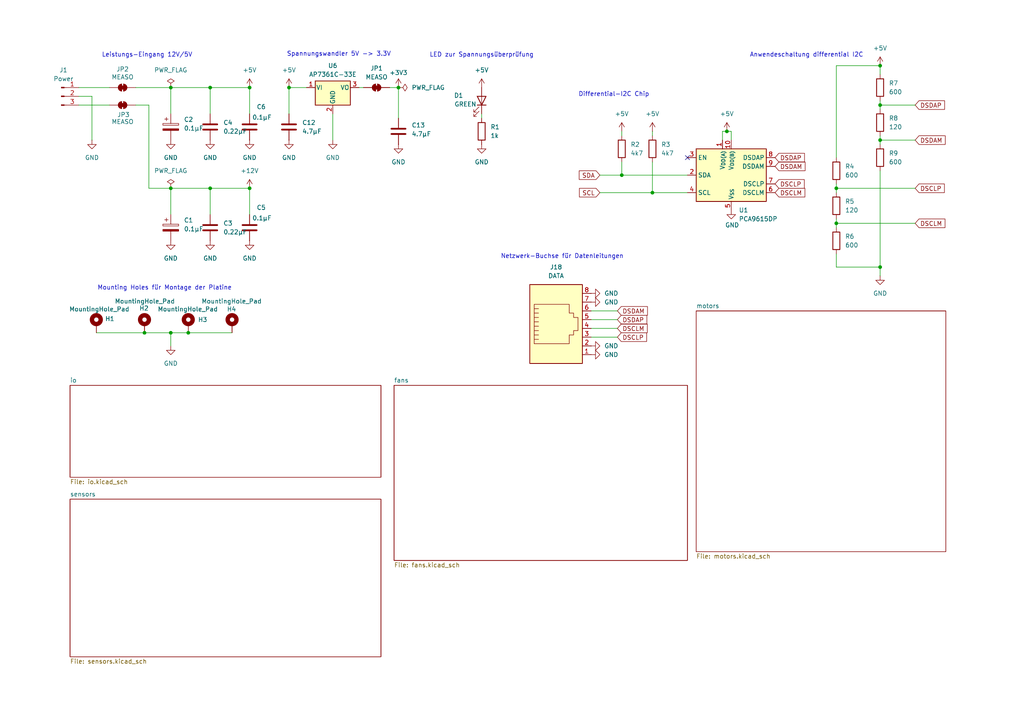
<source format=kicad_sch>
(kicad_sch (version 20231120) (generator "eeschema") (generator_version "8.0")
  (paper "A4")
  (title_block (title "Printhead PCB"))
  (lib_symbols
    (symbol "Connector:Conn_01x03_Pin" (pin_names (offset 1.016) hide)
      (property "Reference" "J" (at 0 5.08 0))
      (property "Value" "Conn_01x03_Pin" (at 0 -5.08 0))
      (symbol "Conn_01x03_Pin_1_1"
        (polyline (pts (xy 1.27 -2.54) (xy 0.8636 -2.54)) (stroke (width 0.1524)))
        (polyline (pts (xy 1.27 0) (xy 0.8636 0)) (stroke (width 0.1524)))
        (polyline (pts (xy 1.27 2.54) (xy 0.8636 2.54)) (stroke (width 0.1524)))
        (rectangle (start 0.8636 -2.413) (end 0 -2.667) (stroke (width 0.1524)) (fill (type outline)))
        (rectangle (start 0.8636 0.127) (end 0 -0.127) (stroke (width 0.1524)) (fill (type outline)))
        (rectangle (start 0.8636 2.667) (end 0 2.413) (stroke (width 0.1524)) (fill (type outline)))
        (pin passive line (at 5.08 2.54 180) (length 3.81) (name "Pin_1") (number "1"))
        (pin passive line (at 5.08 0 180) (length 3.81) (name "Pin_2") (number "2"))
        (pin passive line (at 5.08 -2.54 180) (length 3.81) (name "Pin_3") (number "3"))
      )
    )
    (symbol "Connector:RJ45" (pin_names (offset 1.016))
      (property "Reference" "J" (at -5.08 13.97 0))
      (property "Value" "RJ45" (at 2.54 13.97 0))
      (symbol "RJ45_0_1"
        (polyline (pts (xy -5.08 4.445) (xy -6.35 4.445)))
        (polyline (pts (xy -5.08 5.715) (xy -6.35 5.715)))
        (polyline (pts (xy -6.35 -3.175) (xy -5.08 -3.175) (xy -5.08 -3.175)))
        (polyline (pts (xy -6.35 -1.905) (xy -5.08 -1.905) (xy -5.08 -1.905)))
        (polyline (pts (xy -6.35 -0.635) (xy -5.08 -0.635) (xy -5.08 -0.635)))
        (polyline (pts (xy -6.35 0.635) (xy -5.08 0.635) (xy -5.08 0.635)))
        (polyline (pts (xy -6.35 1.905) (xy -5.08 1.905) (xy -5.08 1.905)))
        (polyline (pts (xy -5.08 3.175) (xy -6.35 3.175) (xy -6.35 3.175)))
        (polyline (pts (xy -6.35 -4.445) (xy -6.35 6.985) (xy 3.81 6.985) (xy 3.81 4.445) (xy 5.08 4.445) (xy 5.08 3.175) (xy 6.35 3.175) (xy 6.35 -0.635) (xy 5.08 -0.635) (xy 5.08 -1.905) (xy 3.81 -1.905) (xy 3.81 -4.445) (xy -6.35 -4.445) (xy -6.35 -4.445)))
        (rectangle (start 7.62 12.7) (end -7.62 -10.16) (stroke (width 0.254)) (fill (type background)))
      )
      (symbol "RJ45_1_1"
        (pin passive line (at 10.16 -7.62 180) (length 2.54) (name "~") (number "1"))
        (pin passive line (at 10.16 -5.08 180) (length 2.54) (name "~") (number "2"))
        (pin passive line (at 10.16 -2.54 180) (length 2.54) (name "~") (number "3"))
        (pin passive line (at 10.16 0 180) (length 2.54) (name "~") (number "4"))
        (pin passive line (at 10.16 2.54 180) (length 2.54) (name "~") (number "5"))
        (pin passive line (at 10.16 5.08 180) (length 2.54) (name "~") (number "6"))
        (pin passive line (at 10.16 7.62 180) (length 2.54) (name "~") (number "7"))
        (pin passive line (at 10.16 10.16 180) (length 2.54) (name "~") (number "8"))
      )
    )
    (symbol "Device:C" (pin_numbers hide) (pin_names (offset 0.254))
      (property "Reference" "C" (at 0.635 2.54 0))
      (property "Value" "C" (at 0.635 -2.54 0))
      (symbol "C_0_1"
        (polyline (pts (xy -2.032 -0.762) (xy 2.032 -0.762)) (stroke (width 0.508)))
        (polyline (pts (xy -2.032 0.762) (xy 2.032 0.762)) (stroke (width 0.508)))
      )
      (symbol "C_1_1"
        (pin passive line (at 0 3.81 270) (length 2.794) (name "~") (number "1"))
        (pin passive line (at 0 -3.81 90) (length 2.794) (name "~") (number "2"))
      )
    )
    (symbol "Device:C_Polarized" (pin_numbers hide) (pin_names (offset 0.254))
      (property "Reference" "C" (at 0.635 2.54 0))
      (property "Value" "C_Polarized" (at 0.635 -2.54 0))
      (symbol "C_Polarized_0_1"
        (rectangle (start -2.286 0.508) (end 2.286 1.016))
        (polyline (pts (xy -1.778 2.286) (xy -0.762 2.286)))
        (polyline (pts (xy -1.27 2.794) (xy -1.27 1.778)))
        (rectangle (start 2.286 -0.508) (end -2.286 -1.016) (fill (type outline)))
      )
      (symbol "C_Polarized_1_1"
        (pin passive line (at 0 3.81 270) (length 2.794) (name "~") (number "1"))
        (pin passive line (at 0 -3.81 90) (length 2.794) (name "~") (number "2"))
      )
    )
    (symbol "Device:LED" (pin_numbers hide) (pin_names (offset 1.016) hide)
      (property "Reference" "D" (at 0 2.54 0))
      (property "Value" "LED" (at 0 -2.54 0))
      (symbol "LED_0_1"
        (polyline (pts (xy -1.27 -1.27) (xy -1.27 1.27)) (stroke (width 0.254)))
        (polyline (pts (xy -1.27 0) (xy 1.27 0)))
        (polyline (pts (xy 1.27 -1.27) (xy 1.27 1.27) (xy -1.27 0) (xy 1.27 -1.27)) (stroke (width 0.254)))
        (polyline (pts (xy -3.048 -0.762) (xy -4.572 -2.286) (xy -3.81 -2.286) (xy -4.572 -2.286) (xy -4.572 -1.524)))
        (polyline (pts (xy -1.778 -0.762) (xy -3.302 -2.286) (xy -2.54 -2.286) (xy -3.302 -2.286) (xy -3.302 -1.524)))
      )
      (symbol "LED_1_1"
        (pin passive line (at -3.81 0 0) (length 2.54) (name "K") (number "1"))
        (pin passive line (at 3.81 0 180) (length 2.54) (name "A") (number "2"))
      )
    )
    (symbol "Device:R" (pin_numbers hide) (pin_names (offset 0))
      (property "Reference" "R" (at 2.032 0 90))
      (property "Value" "R" (at 0 0 90))
      (symbol "R_0_1"
        (rectangle (start -1.016 -2.54) (end 1.016 2.54) (stroke (width 0.254)))
      )
      (symbol "R_1_1"
        (pin passive line (at 0 3.81 270) (length 1.27) (name "~") (number "1"))
        (pin passive line (at 0 -3.81 90) (length 1.27) (name "~") (number "2"))
      )
    )
    (symbol "Interface:PCA9615DP"
      (property "Reference" "U" (at -10.16 8.89 0))
      (property "Value" "PCA9615DP" (at 1.27 8.89 0))
      (symbol "PCA9615DP_0_1"
        (rectangle (start -10.16 7.62) (end 10.16 -7.62) (stroke (width 0.254)) (fill (type background)))
      )
      (symbol "PCA9615DP_1_1"
        (pin power_in line (at -2.54 10.16 270) (length 2.54) (name "V_{DD(A)}") (number "1"))
        (pin power_in line (at 0 10.16 270) (length 2.54) (name "V_{DD(B)}") (number "10"))
        (pin bidirectional line (at -12.7 0 0) (length 2.54) (name "SDA") (number "2"))
        (pin input line (at -12.7 5.08 0) (length 2.54) (name "EN") (number "3"))
        (pin bidirectional line (at -12.7 -5.08 0) (length 2.54) (name "SCL") (number "4"))
        (pin power_in line (at 0 -10.16 90) (length 2.54) (name "V_{SS}") (number "5"))
        (pin bidirectional line (at 12.7 -5.08 180) (length 2.54) (name "DSCLM") (number "6"))
        (pin bidirectional line (at 12.7 -2.54 180) (length 2.54) (name "DSCLP") (number "7"))
        (pin bidirectional line (at 12.7 5.08 180) (length 2.54) (name "DSDAP") (number "8"))
        (pin bidirectional line (at 12.7 2.54 180) (length 2.54) (name "DSDAM") (number "9"))
      )
    )
    (symbol "Jumper:SolderJumper_2_Bridged" (pin_numbers hide) (pin_names (offset 0) hide) (exclude_from_sim yes) (in_bom no)
      (property "Reference" "JP" (at 0 2.032 0))
      (property "Value" "SolderJumper_2_Bridged" (at 0 -2.54 0))
      (symbol "SolderJumper_2_Bridged_0_1"
        (rectangle (start -0.508 0.508) (end 0.508 -0.508) (fill (type outline)))
        (arc (start -0.254 1.016) (mid -1.2656 0) (end -0.254 -1.016))
        (arc (start -0.254 1.016) (mid -1.2656 0) (end -0.254 -1.016) (fill (type outline)))
        (polyline (pts (xy -0.254 1.016) (xy -0.254 -1.016)))
        (polyline (pts (xy 0.254 1.016) (xy 0.254 -1.016)))
        (arc (start 0.254 -1.016) (mid 1.2656 0) (end 0.254 1.016))
        (arc (start 0.254 -1.016) (mid 1.2656 0) (end 0.254 1.016) (fill (type outline)))
      )
      (symbol "SolderJumper_2_Bridged_1_1"
        (pin passive line (at -3.81 0 0) (length 2.54) (name "A") (number "1"))
        (pin passive line (at 3.81 0 180) (length 2.54) (name "B") (number "2"))
      )
    )
    (symbol "Mechanical:MountingHole_Pad" (pin_numbers hide) (pin_names (offset 1.016) hide)
      (property "Reference" "H" (at 0 6.35 0))
      (property "Value" "MountingHole_Pad" (at 0 4.445 0))
      (symbol "MountingHole_Pad_0_1"
        (circle (center 0 1.27) (radius 1.27) (stroke (width 1.27)))
      )
      (symbol "MountingHole_Pad_1_1"
        (pin input line (at 0 -2.54 90) (length 2.54) (name "1") (number "1"))
      )
    )
    (symbol "MountingHole_Pad_1" (pin_numbers hide) (pin_names (offset 1.016) hide)
      (property "Reference" "H" (at 0 6.35 0))
      (property "Value" "MountingHole_Pad" (at 0 4.445 0))
      (symbol "MountingHole_Pad_1_0_1"
        (circle (center 0 1.27) (radius 1.27) (stroke (width 1.27)))
      )
      (symbol "MountingHole_Pad_1_1_1"
        (pin input line (at 0 -2.54 90) (length 2.54) (name "1") (number "1"))
      )
    )
    (symbol "MountingHole_Pad_2" (pin_numbers hide) (pin_names (offset 1.016) hide)
      (property "Reference" "H" (at 0 6.35 0))
      (property "Value" "MountingHole_Pad" (at 0 4.445 0))
      (symbol "MountingHole_Pad_2_0_1"
        (circle (center 0 1.27) (radius 1.27) (stroke (width 1.27)))
      )
      (symbol "MountingHole_Pad_2_1_1"
        (pin input line (at 0 -2.54 90) (length 2.54) (name "1") (number "1"))
      )
    )
    (symbol "MountingHole_Pad_3" (pin_numbers hide) (pin_names (offset 1.016) hide)
      (property "Reference" "H" (at 0 6.35 0))
      (property "Value" "MountingHole_Pad" (at 0 4.445 0))
      (symbol "MountingHole_Pad_3_0_1"
        (circle (center 0 1.27) (radius 1.27) (stroke (width 1.27)))
      )
      (symbol "MountingHole_Pad_3_1_1"
        (pin input line (at 0 -2.54 90) (length 2.54) (name "1") (number "1"))
      )
    )
    (symbol "Regulator_Linear:AP7361C-33E" (pin_names (offset 0.254))
      (property "Reference" "U" (at -3.81 3.175 0))
      (property "Value" "AP7361C-33E" (at 0 3.175 0))
      (symbol "AP7361C-33E_0_1"
        (rectangle (start -5.08 -5.08) (end 5.08 1.905) (stroke (width 0.254)) (fill (type background)))
      )
      (symbol "AP7361C-33E_1_1"
        (pin power_in line (at -7.62 0 0) (length 2.54) (name "VI") (number "1"))
        (pin power_in line (at 0 -7.62 90) (length 2.54) (name "GND") (number "2"))
        (pin power_out line (at 7.62 0 180) (length 2.54) (name "VO") (number "3"))
      )
    )
    (symbol "power:+12V" (power) (pin_numbers hide) (pin_names (offset 0) hide)
      (property "Value" "+12V" (at 0 3.556 0))
      (symbol "+12V_0_1"
        (polyline (pts (xy -0.762 1.27) (xy 0 2.54)))
        (polyline (pts (xy 0 0) (xy 0 2.54)))
        (polyline (pts (xy 0 2.54) (xy 0.762 1.27)))
      )
      (symbol "+12V_1_1"
        (pin power_in line (at 0 0 90) (length 0) (name "~") (number "1"))
      )
    )
    (symbol "power:+3V3" (power) (pin_numbers hide) (pin_names (offset 0) hide)
      (property "Value" "+3V3" (at 0 3.556 0))
      (symbol "+3V3_0_1"
        (polyline (pts (xy -0.762 1.27) (xy 0 2.54)))
        (polyline (pts (xy 0 0) (xy 0 2.54)))
        (polyline (pts (xy 0 2.54) (xy 0.762 1.27)))
      )
      (symbol "+3V3_1_1"
        (pin power_in line (at 0 0 90) (length 0) (name "~") (number "1"))
      )
    )
    (symbol "power:+5V" (power) (pin_numbers hide) (pin_names (offset 0) hide)
      (property "Value" "+5V" (at 0 3.556 0))
      (symbol "+5V_0_1"
        (polyline (pts (xy -0.762 1.27) (xy 0 2.54)))
        (polyline (pts (xy 0 0) (xy 0 2.54)))
        (polyline (pts (xy 0 2.54) (xy 0.762 1.27)))
      )
      (symbol "+5V_1_1"
        (pin power_in line (at 0 0 90) (length 0) (name "~") (number "1"))
      )
    )
    (symbol "power:GND" (power) (pin_numbers hide) (pin_names (offset 0) hide)
      (property "Value" "GND" (at 0 -3.81 0))
      (symbol "GND_0_1"
        (polyline (pts (xy 0 0) (xy 0 -1.27) (xy 1.27 -1.27) (xy 0 -2.54) (xy -1.27 -1.27) (xy 0 -1.27)))
      )
      (symbol "GND_1_1"
        (pin power_in line (at 0 0 270) (length 0) (name "~") (number "1"))
      )
    )
    (symbol "power:PWR_FLAG" (power) (pin_numbers hide) (pin_names (offset 0) hide)
      (property "Value" "PWR_FLAG" (at 0 3.81 0))
      (symbol "PWR_FLAG_0_0"
        (pin power_out line (at 0 0 90) (length 0) (name "~") (number "1"))
      )
      (symbol "PWR_FLAG_0_1"
        (polyline (pts (xy 0 0) (xy 0 1.27) (xy -1.016 1.905) (xy 0 2.54) (xy 1.016 1.905) (xy 0 1.27)))
      )
    )
  )
  (junction (at 255.27 30.48))
  (junction (at 60.96 25.4))
  (junction (at 115.57 25.4))
  (junction (at 49.53 54.61))
  (junction (at 54.61 96.52))
  (junction (at 49.53 96.52))
  (junction (at 72.39 54.61))
  (junction (at 72.39 25.4))
  (junction (at 255.27 40.64))
  (junction (at 41.91 96.52))
  (junction (at 180.34 50.8))
  (junction (at 242.57 54.61))
  (junction (at 255.27 19.05))
  (junction (at 255.27 77.47))
  (junction (at 189.23 55.88))
  (junction (at 210.82 38.1))
  (junction (at 83.82 25.4))
  (junction (at 49.53 25.4))
  (junction (at 60.96 54.61))
  (junction (at 242.57 64.77))
  (no_connect (at 199.39 45.72))
  (wire (pts (xy 242.57 53.34) (xy 242.57 54.61)))
  (wire (pts (xy 189.23 46.99) (xy 189.23 55.88)))
  (wire (pts (xy 72.39 33.02) (xy 72.39 25.4)))
  (wire (pts (xy 27.94 96.52) (xy 41.91 96.52)))
  (wire (pts (xy 210.82 38.1) (xy 212.09 38.1)))
  (wire (pts (xy 242.57 54.61) (xy 242.57 55.88)))
  (wire (pts (xy 60.96 25.4) (xy 72.39 25.4)))
  (wire (pts (xy 242.57 64.77) (xy 265.43 64.77)))
  (wire (pts (xy 22.86 25.4) (xy 31.75 25.4)))
  (wire (pts (xy 189.23 39.37) (xy 189.23 38.1)))
  (wire (pts (xy 255.27 80.01) (xy 255.27 77.47)))
  (wire (pts (xy 242.57 64.77) (xy 242.57 66.04)))
  (wire (pts (xy 39.37 30.48) (xy 43.18 30.48)))
  (wire (pts (xy 49.53 62.23) (xy 49.53 54.61)))
  (wire (pts (xy 88.9 25.4) (xy 83.82 25.4)))
  (wire (pts (xy 242.57 19.05) (xy 255.27 19.05)))
  (wire (pts (xy 242.57 73.66) (xy 242.57 77.47)))
  (wire (pts (xy 26.67 27.94) (xy 26.67 40.64)))
  (wire (pts (xy 49.53 33.02) (xy 49.53 25.4)))
  (wire (pts (xy 255.27 19.05) (xy 255.27 21.59)))
  (wire (pts (xy 242.57 54.61) (xy 265.43 54.61)))
  (wire (pts (xy 39.37 25.4) (xy 49.53 25.4)))
  (wire (pts (xy 255.27 30.48) (xy 265.43 30.48)))
  (wire (pts (xy 242.57 63.5) (xy 242.57 64.77)))
  (wire (pts (xy 180.34 38.1) (xy 180.34 39.37)))
  (wire (pts (xy 179.07 92.71) (xy 171.45 92.71)))
  (wire (pts (xy 179.07 95.25) (xy 171.45 95.25)))
  (wire (pts (xy 72.39 62.23) (xy 72.39 54.61)))
  (wire (pts (xy 49.53 25.4) (xy 60.96 25.4)))
  (wire (pts (xy 49.53 96.52) (xy 49.53 100.33)))
  (wire (pts (xy 255.27 40.64) (xy 255.27 41.91)))
  (wire (pts (xy 255.27 29.21) (xy 255.27 30.48)))
  (wire (pts (xy 54.61 96.52) (xy 67.31 96.52)))
  (wire (pts (xy 139.7 33.02) (xy 139.7 34.29)))
  (wire (pts (xy 209.55 38.1) (xy 210.82 38.1)))
  (wire (pts (xy 255.27 49.53) (xy 255.27 77.47)))
  (wire (pts (xy 180.34 46.99) (xy 180.34 50.8)))
  (wire (pts (xy 113.03 25.4) (xy 115.57 25.4)))
  (wire (pts (xy 242.57 45.72) (xy 242.57 19.05)))
  (wire (pts (xy 255.27 39.37) (xy 255.27 40.64)))
  (wire (pts (xy 22.86 27.94) (xy 26.67 27.94)))
  (wire (pts (xy 22.86 30.48) (xy 31.75 30.48)))
  (wire (pts (xy 43.18 30.48) (xy 43.18 54.61)))
  (wire (pts (xy 49.53 96.52) (xy 54.61 96.52)))
  (wire (pts (xy 43.18 54.61) (xy 49.53 54.61)))
  (wire (pts (xy 255.27 40.64) (xy 265.43 40.64)))
  (wire (pts (xy 255.27 77.47) (xy 242.57 77.47)))
  (wire (pts (xy 180.34 50.8) (xy 199.39 50.8)))
  (wire (pts (xy 60.96 62.23) (xy 60.96 54.61)))
  (wire (pts (xy 173.99 50.8) (xy 180.34 50.8)))
  (wire (pts (xy 173.99 55.88) (xy 189.23 55.88)))
  (wire (pts (xy 115.57 25.4) (xy 115.57 34.29)))
  (wire (pts (xy 189.23 55.88) (xy 199.39 55.88)))
  (wire (pts (xy 255.27 30.48) (xy 255.27 31.75)))
  (wire (pts (xy 49.53 54.61) (xy 60.96 54.61)))
  (wire (pts (xy 179.07 90.17) (xy 171.45 90.17)))
  (wire (pts (xy 179.07 97.79) (xy 171.45 97.79)))
  (wire (pts (xy 60.96 33.02) (xy 60.96 25.4)))
  (wire (pts (xy 83.82 25.4) (xy 83.82 33.02)))
  (wire (pts (xy 96.52 33.02) (xy 96.52 40.64)))
  (wire (pts (xy 104.14 25.4) (xy 105.41 25.4)))
  (wire (pts (xy 209.55 38.1) (xy 209.55 40.64)))
  (wire (pts (xy 60.96 54.61) (xy 72.39 54.61)))
  (wire (pts (xy 41.91 96.52) (xy 49.53 96.52)))
  (wire (pts (xy 212.09 40.64) (xy 212.09 38.1)))
  (text "Anwendeschaltung differential I2C" (at 233.934 16.002 0) (effects (font (size 1.27 1.27))))
  (text "Mounting Holes für Montage der Platine" (at 47.752 83.566 0) (effects (font (size 1.27 1.27))))
  (text "Differential-I2C Chip" (at 178.054 27.432 0) (effects (font (size 1.27 1.27))))
  (text "Leistungs-Eingang 12V/5V\n" (at 42.672 16.002 0) (effects (font (size 1.27 1.27))))
  (text "Netzwerk-Buchse für Datenleitungen\n" (at 163.068 74.422 0) (effects (font (size 1.27 1.27))))
  (text "Spannungswandler 5V -> 3.3V\n" (at 98.298 15.748 0) (effects (font (size 1.27 1.27))))
  (text "LED zur Spannungsüberprüfung" (at 139.7 16.002 0) (effects (font (size 1.27 1.27))))
  (global_label "DSCLP" (shape input) (at 265.43 54.61 0) (property "Intersheetrefs" "${INTERSHEET_REFS}" (effects (hide yes))))
  (global_label "DSDAM" (shape input) (at 179.07 90.17 0) (property "Intersheetrefs" "${INTERSHEET_REFS}" (effects (hide yes))))
  (global_label "DSCLP" (shape input) (at 224.79 53.34 0) (property "Intersheetrefs" "${INTERSHEET_REFS}" (effects (hide yes))))
  (global_label "DSCLM" (shape input) (at 224.79 55.88 0) (property "Intersheetrefs" "${INTERSHEET_REFS}" (effects (hide yes))))
  (global_label "DSDAP" (shape input) (at 265.43 30.48 0) (property "Intersheetrefs" "${INTERSHEET_REFS}" (effects (hide yes))))
  (global_label "DSDAP" (shape input) (at 179.07 92.71 0) (property "Intersheetrefs" "${INTERSHEET_REFS}" (effects (hide yes))))
  (global_label "DSCLM" (shape input) (at 265.43 64.77 0) (property "Intersheetrefs" "${INTERSHEET_REFS}" (effects (hide yes))))
  (global_label "DSDAM" (shape input) (at 265.43 40.64 0) (property "Intersheetrefs" "${INTERSHEET_REFS}" (effects (hide yes))))
  (global_label "SDA" (shape input) (at 173.99 50.8 180) (property "Intersheetrefs" "${INTERSHEET_REFS}" (effects (hide yes))))
  (global_label "DSDAP" (shape input) (at 224.79 45.72 0) (property "Intersheetrefs" "${INTERSHEET_REFS}" (effects (hide yes))))
  (global_label "DSCLP" (shape input) (at 179.07 97.79 0) (property "Intersheetrefs" "${INTERSHEET_REFS}" (effects (hide yes))))
  (global_label "DSCLM" (shape input) (at 179.07 95.25 0) (property "Intersheetrefs" "${INTERSHEET_REFS}" (effects (hide yes))))
  (global_label "DSDAM" (shape input) (at 224.79 48.26 0) (property "Intersheetrefs" "${INTERSHEET_REFS}" (effects (hide yes))))
  (global_label "SCL" (shape input) (at 173.99 55.88 180) (property "Intersheetrefs" "${INTERSHEET_REFS}" (effects (hide yes))))
  (symbol (lib_id "power:PWR_FLAG") (at 49.53 25.4 0) (unit 1)
    (property "Reference" "#FLG02" (effects (hide yes)))
    (property "Value" "PWR_FLAG" (at 49.53 20.32 0))
    (property "Description" "Special symbol for telling ERC where power comes from" (effects (hide yes)))
  )
  (symbol (lib_id "Device:R") (at 242.57 59.69 0) (unit 1)
    (property "Reference" "R5" (at 245.11 58.4199 0) (effects (justify left)))
    (property "Value" "120" (at 245.11 60.9599 0) (effects (justify left)))
    (property "Footprint" "Resistor_SMD:R_0402_1005Metric" (effects (hide yes)))
    (property "Description" "Resistor" (effects (hide yes)))
  )
  (symbol (lib_id "Device:R") (at 242.57 69.85 0) (unit 1)
    (property "Reference" "R6" (at 245.11 68.5799 0) (effects (justify left)))
    (property "Value" "600" (at 245.11 71.1199 0) (effects (justify left)))
    (property "Footprint" "Resistor_SMD:R_0402_1005Metric" (effects (hide yes)))
    (property "Description" "Resistor" (effects (hide yes)))
  )
  (symbol (lib_id "power:GND") (at 139.7 41.91 0) (unit 1)
    (property "Reference" "#PWR011" (effects (hide yes)))
    (property "Value" "GND" (at 139.7 46.99 0))
    (property "Description" "Power symbol creates a global label with name \"GND\" , ground" (effects (hide yes)))
  )
  (symbol (lib_id "Jumper:SolderJumper_2_Bridged") (at 35.56 25.4 0) (unit 1) (exclude_from_sim yes) (in_bom no)
    (property "Reference" "JP2" (at 35.56 20.066 0))
    (property "Value" "MEASO" (at 35.56 22.352 0))
    (property "Footprint" "Jumper:SolderJumper-2_P1.3mm_Bridged_Pad1.0x1.5mm" (effects (hide yes)))
    (property "Description" "Solder Jumper, 2-pole, closed/bridged" (effects (hide yes)))
  )
  (symbol (lib_id "Regulator_Linear:AP7361C-33E") (at 96.52 25.4 0) (unit 1)
    (property "Reference" "U6" (at 96.52 19.05 0))
    (property "Value" "AP7361C-33E" (at 96.52 21.59 0))
    (property "Footprint" "Package_TO_SOT_SMD:SOT-223-3_TabPin2" (effects (hide yes)))
    (property "Datasheet" "https://www.diodes.com/assets/Datasheets/AP7361C.pdf" (effects (hide yes)))
    (property "Description" "1A Low Dropout regulator, positive, 3.3V fixed output, SOT-223" (effects (hide yes)))
  )
  (symbol (lib_name "MountingHole_Pad_2") (lib_id "Mechanical:MountingHole_Pad") (at 54.61 93.98 0) (unit 1)
    (property "Reference" "H3" (at 57.404 92.71 0) (effects (justify left)))
    (property "Value" "MountingHole_Pad" (at 45.72 89.662 0) (effects (justify left)))
    (property "Footprint" "MountingHole:MountingHole_2.2mm_M2_Pad_TopBottom" (effects (hide yes)))
    (property "Description" "Mounting Hole with connection" (effects (hide yes)))
  )
  (symbol (lib_id "Device:C") (at 72.39 66.04 0) (unit 1)
    (property "Reference" "C5" (at 74.422 60.198 0) (effects (justify left)))
    (property "Value" "0.1µF" (at 73.152 63.246 0) (effects (justify left)))
    (property "Footprint" "Capacitor_SMD:C_0402_1005Metric" (effects (hide yes)))
    (property "Description" "Unpolarized capacitor" (effects (hide yes)))
  )
  (symbol (lib_id "Device:R") (at 189.23 43.18 0) (unit 1)
    (property "Reference" "R3" (at 191.77 41.9099 0) (effects (justify left)))
    (property "Value" "4k7" (at 191.77 44.4499 0) (effects (justify left)))
    (property "Footprint" "Resistor_SMD:R_0402_1005Metric" (effects (hide yes)))
    (property "Description" "Resistor" (effects (hide yes)))
  )
  (symbol (lib_id "power:GND") (at 60.96 69.85 0) (unit 1)
    (property "Reference" "#PWR03" (effects (hide yes)))
    (property "Value" "GND" (at 60.96 74.93 0))
    (property "Description" "Power symbol creates a global label with name \"GND\" , ground" (effects (hide yes)))
  )
  (symbol (lib_id "power:GND") (at 171.45 87.63 90) (unit 1)
    (property "Reference" "#PWR068" (effects (hide yes)))
    (property "Value" "GND" (at 175.26 87.6299 90) (effects (justify right)))
    (property "Description" "Power symbol creates a global label with name \"GND\" , ground" (effects (hide yes)))
  )
  (symbol (lib_id "power:GND") (at 171.45 85.09 90) (unit 1)
    (property "Reference" "#PWR053" (effects (hide yes)))
    (property "Value" "GND" (at 175.26 85.0899 90) (effects (justify right)))
    (property "Description" "Power symbol creates a global label with name \"GND\" , ground" (effects (hide yes)))
  )
  (symbol (lib_id "power:GND") (at 83.82 40.64 0) (unit 1)
    (property "Reference" "#PWR058" (effects (hide yes)))
    (property "Value" "GND" (at 83.82 45.72 0))
    (property "Description" "Power symbol creates a global label with name \"GND\" , ground" (effects (hide yes)))
  )
  (symbol (lib_id "power:GND") (at 72.39 69.85 0) (unit 1)
    (property "Reference" "#PWR06" (effects (hide yes)))
    (property "Value" "GND" (at 72.39 74.93 0))
    (property "Description" "Power symbol creates a global label with name \"GND\" , ground" (effects (hide yes)))
  )
  (symbol (lib_name "MountingHole_Pad_1") (lib_id "Mechanical:MountingHole_Pad") (at 67.31 93.98 0) (unit 1)
    (property "Reference" "H4" (at 65.786 89.662 0) (effects (justify left)))
    (property "Value" "MountingHole_Pad" (at 58.42 87.376 0) (effects (justify left)))
    (property "Footprint" "MountingHole:MountingHole_2.2mm_M2_Pad_TopBottom" (effects (hide yes)))
    (property "Description" "Mounting Hole with connection" (effects (hide yes)))
  )
  (symbol (lib_id "power:GND") (at 212.09 60.96 0) (unit 1)
    (property "Reference" "#PWR016" (effects (hide yes)))
    (property "Value" "GND" (at 212.344 65.278 0))
    (property "Description" "Power symbol creates a global label with name \"GND\" , ground" (effects (hide yes)))
  )
  (symbol (lib_id "Connector:RJ45") (at 161.29 95.25 0) (unit 1)
    (property "Reference" "J18" (at 161.29 77.47 0))
    (property "Value" "DATA" (at 161.29 80.01 0))
    (property "Footprint" "Connector_RJ:RJ45_Molex_0855135013_Vertical" (effects (hide yes)))
    (property "Description" "RJ connector, 8P8C (8 positions 8 connected)" (effects (hide yes)))
  )
  (symbol (lib_id "Device:C_Polarized") (at 49.53 36.83 0) (unit 1)
    (property "Reference" "C2" (at 53.34 34.6709 0) (effects (justify left)))
    (property "Value" "0.1µF" (at 53.34 37.2109 0) (effects (justify left)))
    (property "Footprint" "Capacitor_SMD:CP_Elec_5x3" (effects (hide yes)))
    (property "Description" "Polarized capacitor" (effects (hide yes)))
  )
  (symbol (lib_id "power:GND") (at 49.53 69.85 0) (unit 1)
    (property "Reference" "#PWR01" (effects (hide yes)))
    (property "Value" "GND" (at 49.53 74.93 0))
    (property "Description" "Power symbol creates a global label with name \"GND\" , ground" (effects (hide yes)))
  )
  (symbol (lib_id "Device:C_Polarized") (at 49.53 66.04 0) (unit 1)
    (property "Reference" "C1" (at 53.34 63.8809 0) (effects (justify left)))
    (property "Value" "0.1µF" (at 53.34 66.4209 0) (effects (justify left)))
    (property "Footprint" "Capacitor_SMD:CP_Elec_5x3" (effects (hide yes)))
    (property "Description" "Polarized capacitor" (effects (hide yes)))
  )
  (symbol (lib_id "Device:LED") (at 139.7 29.21 270) (mirror x) (unit 1)
    (property "Reference" "D1" (at 134.366 27.686 90) (effects (justify right)))
    (property "Value" "GREEN" (at 138.176 30.226 90) (effects (justify right)))
    (property "Footprint" "LED_SMD:LED_0805_2012Metric" (effects (hide yes)))
    (property "Description" "Light emitting diode" (effects (hide yes)))
  )
  (symbol (lib_id "power:GND") (at 49.53 100.33 0) (unit 1)
    (property "Reference" "#PWR012" (effects (hide yes)))
    (property "Value" "GND" (at 49.53 105.41 0))
    (property "Description" "Power symbol creates a global label with name \"GND\" , ground" (effects (hide yes)))
  )
  (symbol (lib_id "power:+5V") (at 72.39 25.4 0) (unit 1)
    (property "Reference" "#PWR010" (effects (hide yes)))
    (property "Value" "+5V" (at 72.39 20.32 0))
    (property "Description" "Power symbol creates a global label with name \"+5V\"" (effects (hide yes)))
  )
  (symbol (lib_id "power:GND") (at 60.96 40.64 0) (unit 1)
    (property "Reference" "#PWR04" (effects (hide yes)))
    (property "Value" "GND" (at 60.96 45.72 0))
    (property "Description" "Power symbol creates a global label with name \"GND\" , ground" (effects (hide yes)))
  )
  (symbol (lib_id "Device:C") (at 72.39 36.83 0) (unit 1)
    (property "Reference" "C6" (at 74.422 30.988 0) (effects (justify left)))
    (property "Value" "0.1µF" (at 73.152 34.036 0) (effects (justify left)))
    (property "Footprint" "Capacitor_SMD:C_0402_1005Metric" (effects (hide yes)))
    (property "Description" "Unpolarized capacitor" (effects (hide yes)))
  )
  (symbol (lib_id "power:GND") (at 72.39 40.64 0) (unit 1)
    (property "Reference" "#PWR08" (effects (hide yes)))
    (property "Value" "GND" (at 72.39 45.72 0))
    (property "Description" "Power symbol creates a global label with name \"GND\" , ground" (effects (hide yes)))
  )
  (symbol (lib_id "Jumper:SolderJumper_2_Bridged") (at 109.22 25.4 0) (unit 1) (exclude_from_sim yes) (in_bom no)
    (property "Reference" "JP1" (at 109.22 19.812 0))
    (property "Value" "MEASO" (at 109.22 22.352 0))
    (property "Footprint" "Jumper:SolderJumper-2_P1.3mm_Bridged_Pad1.0x1.5mm" (effects (hide yes)))
    (property "Description" "Solder Jumper, 2-pole, closed/bridged" (effects (hide yes)))
  )
  (symbol (lib_id "power:GND") (at 255.27 80.01 0) (unit 1)
    (property "Reference" "#PWR018" (effects (hide yes)))
    (property "Value" "GND" (at 255.27 85.09 0))
    (property "Description" "Power symbol creates a global label with name \"GND\" , ground" (effects (hide yes)))
  )
  (symbol (lib_id "power:+3V3") (at 115.57 25.4 0) (unit 1)
    (property "Reference" "#PWR061" (effects (hide yes)))
    (property "Value" "+3V3" (at 115.57 21.082 0))
    (property "Description" "Power symbol creates a global label with name \"+3V3\"" (effects (hide yes)))
  )
  (symbol (lib_id "Device:C") (at 83.82 36.83 0) (unit 1)
    (property "Reference" "C12" (at 87.63 35.5599 0) (effects (justify left)))
    (property "Value" "4.7µF" (at 87.63 38.0999 0) (effects (justify left)))
    (property "Footprint" "Capacitor_SMD:C_0402_1005Metric" (effects (hide yes)))
    (property "Description" "Unpolarized capacitor" (effects (hide yes)))
  )
  (symbol (lib_id "power:PWR_FLAG") (at 49.53 54.61 0) (unit 1)
    (property "Reference" "#FLG01" (effects (hide yes)))
    (property "Value" "PWR_FLAG" (at 49.53 49.53 0))
    (property "Description" "Special symbol for telling ERC where power comes from" (effects (hide yes)))
  )
  (symbol (lib_id "Device:C") (at 115.57 38.1 0) (unit 1)
    (property "Reference" "C13" (at 119.38 36.322 0) (effects (justify left)))
    (property "Value" "4.7µF" (at 119.38 38.862 0) (effects (justify left)))
    (property "Footprint" "Capacitor_SMD:C_0402_1005Metric" (effects (hide yes)))
    (property "Description" "Unpolarized capacitor" (effects (hide yes)))
  )
  (symbol (lib_id "Device:R") (at 180.34 43.18 0) (unit 1)
    (property "Reference" "R2" (at 182.88 41.9099 0) (effects (justify left)))
    (property "Value" "4k7" (at 182.88 44.4499 0) (effects (justify left)))
    (property "Footprint" "Resistor_SMD:R_0402_1005Metric" (effects (hide yes)))
    (property "Description" "Resistor" (effects (hide yes)))
  )
  (symbol (lib_id "power:GND") (at 49.53 40.64 0) (unit 1)
    (property "Reference" "#PWR02" (effects (hide yes)))
    (property "Value" "GND" (at 49.53 45.72 0))
    (property "Description" "Power symbol creates a global label with name \"GND\" , ground" (effects (hide yes)))
  )
  (symbol (lib_name "MountingHole_Pad_3") (lib_id "Mechanical:MountingHole_Pad") (at 41.91 93.98 0) (unit 1)
    (property "Reference" "H2" (at 40.386 89.408 0) (effects (justify left)))
    (property "Value" "MountingHole_Pad" (at 33.274 87.376 0) (effects (justify left)))
    (property "Footprint" "MountingHole:MountingHole_2.2mm_M2_Pad_TopBottom" (effects (hide yes)))
    (property "Description" "Mounting Hole with connection" (effects (hide yes)))
  )
  (symbol (lib_id "power:+12V") (at 72.39 54.61 0) (unit 1)
    (property "Reference" "#PWR05" (effects (hide yes)))
    (property "Value" "+12V" (at 72.39 49.53 0))
    (property "Description" "Power symbol creates a global label with name \"+12V\"" (effects (hide yes)))
  )
  (symbol (lib_id "power:GND") (at 96.52 40.64 0) (unit 1)
    (property "Reference" "#PWR059" (effects (hide yes)))
    (property "Value" "GND" (at 96.52 45.72 0))
    (property "Description" "Power symbol creates a global label with name \"GND\" , ground" (effects (hide yes)))
  )
  (symbol (lib_id "Device:R") (at 255.27 25.4 0) (unit 1)
    (property "Reference" "R7" (at 257.81 24.1299 0) (effects (justify left)))
    (property "Value" "600" (at 257.81 26.6699 0) (effects (justify left)))
    (property "Footprint" "Resistor_SMD:R_0402_1005Metric" (effects (hide yes)))
    (property "Description" "Resistor" (effects (hide yes)))
  )
  (symbol (lib_id "Device:R") (at 242.57 49.53 0) (unit 1)
    (property "Reference" "R4" (at 245.11 48.2599 0) (effects (justify left)))
    (property "Value" "600" (at 245.11 50.7999 0) (effects (justify left)))
    (property "Footprint" "Resistor_SMD:R_0402_1005Metric" (effects (hide yes)))
    (property "Description" "Resistor" (effects (hide yes)))
  )
  (symbol (lib_id "Device:C") (at 60.96 66.04 0) (unit 1)
    (property "Reference" "C3" (at 64.77 64.7699 0) (effects (justify left)))
    (property "Value" "0.22µF" (at 64.77 67.3099 0) (effects (justify left)))
    (property "Footprint" "Capacitor_SMD:C_0402_1005Metric" (effects (hide yes)))
    (property "Description" "Unpolarized capacitor" (effects (hide yes)))
  )
  (symbol (lib_id "Mechanical:MountingHole_Pad") (at 27.94 93.98 0) (unit 1)
    (property "Reference" "H1" (at 30.48 92.456 0) (effects (justify left)))
    (property "Value" "MountingHole_Pad" (at 20.066 89.662 0) (effects (justify left)))
    (property "Footprint" "MountingHole:MountingHole_2.2mm_M2_Pad_TopBottom" (effects (hide yes)))
    (property "Description" "Mounting Hole with connection" (effects (hide yes)))
  )
  (symbol (lib_id "power:GND") (at 26.67 40.64 0) (unit 1)
    (property "Reference" "#PWR09" (effects (hide yes)))
    (property "Value" "GND" (at 26.67 45.72 0))
    (property "Description" "Power symbol creates a global label with name \"GND\" , ground" (effects (hide yes)))
  )
  (symbol (lib_id "Connector:Conn_01x03_Pin") (at 17.78 27.94 0) (unit 1)
    (property "Reference" "J1" (at 18.415 20.32 0))
    (property "Value" "Power" (at 18.415 22.86 0))
    (property "Footprint" "Connector_JST:JST_EH_S3B-EH_1x03_P2.50mm_Horizontal" (effects (hide yes)))
    (property "Description" "Generic connector, single row, 01x03, script generated" (effects (hide yes)))
  )
  (symbol (lib_id "power:+5V") (at 139.7 25.4 0) (unit 1)
    (property "Reference" "#PWR07" (effects (hide yes)))
    (property "Value" "+5V" (at 139.7 20.32 0))
    (property "Description" "Power symbol creates a global label with name \"+5V\"" (effects (hide yes)))
  )
  (symbol (lib_id "Interface:PCA9615DP") (at 212.09 50.8 0) (unit 1)
    (property "Reference" "U1" (at 214.2841 60.96 0) (effects (justify left)))
    (property "Value" "PCA9615DP" (at 214.2841 63.5 0) (effects (justify left)))
    (property "Footprint" "Package_SO:TSSOP-10_3x3mm_P0.5mm" (effects (hide yes)))
    (property "Datasheet" "https://www.nxp.com/docs/en/data-sheet/PCA9615.pdf" (effects (hide yes)))
    (property "Description" "Dual bidirectional hot-swap multipoint bus buffer, SO-8" (effects (hide yes)))
  )
  (symbol (lib_id "Jumper:SolderJumper_2_Bridged") (at 35.56 30.48 0) (unit 1) (exclude_from_sim yes) (in_bom no)
    (property "Reference" "JP3" (at 35.814 33.274 0))
    (property "Value" "MEASO" (at 35.56 35.306 0))
    (property "Footprint" "Jumper:SolderJumper-2_P1.3mm_Bridged_Pad1.0x1.5mm" (effects (hide yes)))
    (property "Description" "Solder Jumper, 2-pole, closed/bridged" (effects (hide yes)))
  )
  (symbol (lib_id "power:+5V") (at 210.82 38.1 0) (unit 1)
    (property "Reference" "#PWR015" (effects (hide yes)))
    (property "Value" "+5V" (at 210.82 33.02 0))
    (property "Description" "Power symbol creates a global label with name \"+5V\"" (effects (hide yes)))
  )
  (symbol (lib_id "power:+5V") (at 189.23 38.1 0) (unit 1)
    (property "Reference" "#PWR014" (effects (hide yes)))
    (property "Value" "+5V" (at 189.23 33.02 0))
    (property "Description" "Power symbol creates a global label with name \"+5V\"" (effects (hide yes)))
  )
  (symbol (lib_id "power:PWR_FLAG") (at 115.57 25.4 270) (unit 1)
    (property "Reference" "#FLG06" (effects (hide yes)))
    (property "Value" "PWR_FLAG" (at 119.38 25.3999 90) (effects (justify left)))
    (property "Description" "Special symbol for telling ERC where power comes from" (effects (hide yes)))
  )
  (symbol (lib_id "Device:R") (at 255.27 35.56 0) (unit 1)
    (property "Reference" "R8" (at 257.81 34.2899 0) (effects (justify left)))
    (property "Value" "120" (at 257.81 36.8299 0) (effects (justify left)))
    (property "Footprint" "Resistor_SMD:R_0402_1005Metric" (effects (hide yes)))
    (property "Description" "Resistor" (effects (hide yes)))
  )
  (symbol (lib_id "power:+5V") (at 255.27 19.05 0) (unit 1)
    (property "Reference" "#PWR017" (effects (hide yes)))
    (property "Value" "+5V" (at 255.27 13.97 0))
    (property "Description" "Power symbol creates a global label with name \"+5V\"" (effects (hide yes)))
  )
  (symbol (lib_id "power:GND") (at 115.57 41.91 0) (unit 1)
    (property "Reference" "#PWR060" (effects (hide yes)))
    (property "Value" "GND" (at 115.57 46.99 0))
    (property "Description" "Power symbol creates a global label with name \"GND\" , ground" (effects (hide yes)))
  )
  (symbol (lib_id "Device:R") (at 255.27 45.72 0) (unit 1)
    (property "Reference" "R9" (at 257.81 44.4499 0) (effects (justify left)))
    (property "Value" "600" (at 257.81 46.9899 0) (effects (justify left)))
    (property "Footprint" "Resistor_SMD:R_0402_1005Metric" (effects (hide yes)))
    (property "Description" "Resistor" (effects (hide yes)))
  )
  (symbol (lib_id "Device:R") (at 139.7 38.1 0) (unit 1)
    (property "Reference" "R1" (at 142.24 36.8299 0) (effects (justify left)))
    (property "Value" "1k" (at 142.24 39.3699 0) (effects (justify left)))
    (property "Footprint" "Resistor_SMD:R_0402_1005Metric" (effects (hide yes)))
    (property "Description" "Resistor" (effects (hide yes)))
  )
  (symbol (lib_id "power:GND") (at 171.45 102.87 90) (unit 1)
    (property "Reference" "#PWR070" (effects (hide yes)))
    (property "Value" "GND" (at 175.26 102.8699 90) (effects (justify right)))
    (property "Description" "Power symbol creates a global label with name \"GND\" , ground" (effects (hide yes)))
  )
  (symbol (lib_id "power:GND") (at 171.45 100.33 90) (unit 1)
    (property "Reference" "#PWR069" (effects (hide yes)))
    (property "Value" "GND" (at 175.26 100.3299 90) (effects (justify right)))
    (property "Description" "Power symbol creates a global label with name \"GND\" , ground" (effects (hide yes)))
  )
  (symbol (lib_id "power:+5V") (at 180.34 38.1 0) (unit 1)
    (property "Reference" "#PWR013" (effects (hide yes)))
    (property "Value" "+5V" (at 180.34 33.02 0))
    (property "Description" "Power symbol creates a global label with name \"+5V\"" (effects (hide yes)))
  )
  (symbol (lib_id "power:+5V") (at 83.82 25.4 0) (unit 1)
    (property "Reference" "#PWR062" (effects (hide yes)))
    (property "Value" "+5V" (at 83.82 20.32 0))
    (property "Description" "Power symbol creates a global label with name \"+5V\"" (effects (hide yes)))
  )
  (symbol (lib_id "Device:C") (at 60.96 36.83 0) (unit 1)
    (property "Reference" "C4" (at 64.77 35.5599 0) (effects (justify left)))
    (property "Value" "0.22µF" (at 64.77 38.0999 0) (effects (justify left)))
    (property "Footprint" "Capacitor_SMD:C_0402_1005Metric" (effects (hide yes)))
    (property "Description" "Unpolarized capacitor" (effects (hide yes)))
  )
  (sheet (at 20.32 111.76) (size 90.17 26.67) (stroke (width 0.1524))
    (property "Sheetname" "io" (at 20.32 111.0484 0) (effects (justify left bottom)))
    (property "Sheetfile" "io.kicad_sch" (at 20.32 139.0146 0) (effects (justify left top)))
  )
  (sheet (at 201.93 90.17) (size 72.39 69.85) (stroke (width 0.1524))
    (property "Sheetname" "motors" (at 201.93 89.4584 0) (effects (justify left bottom)))
    (property "Sheetfile" "motors.kicad_sch" (at 201.93 160.6046 0) (effects (justify left top)))
  )
  (sheet (at 114.3 111.76) (size 85.09 50.8) (stroke (width 0.1524))
    (property "Sheetname" "fans" (at 114.3 111.0484 0) (effects (justify left bottom)))
    (property "Sheetfile" "fans.kicad_sch" (at 114.3 163.1446 0) (effects (justify left top)))
  )
  (sheet (at 20.32 144.78) (size 90.17 45.72) (stroke (width 0.1524))
    (property "Sheetname" "sensors" (at 20.32 144.0684 0) (effects (justify left bottom)))
    (property "Sheetfile" "sensors.kicad_sch" (at 20.32 191.0846 0) (effects (justify left top)))
  )
)
</source>
